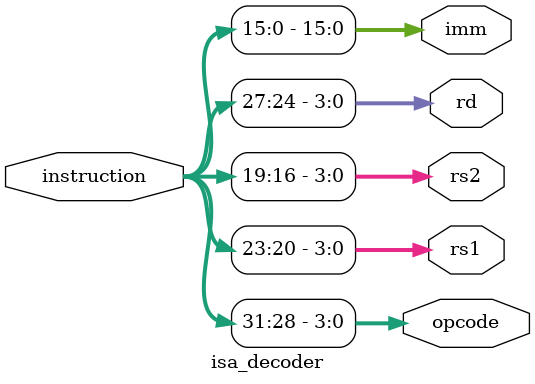
<source format=v>
module isa_decoder (
    input wire [31:0] instruction,
    output wire [3:0] opcode,
    output wire [3:0] rs1,
    output wire [3:0] rs2,
    output wire [3:0] rd,
    output wire [15:0] imm
);

    assign opcode = instruction[31:28];
    assign rd = instruction[27:24];
    assign rs1 = instruction[23:20];
    assign rs2 = instruction[19:16];
    assign imm = instruction[15:0];
    
endmodule
</source>
